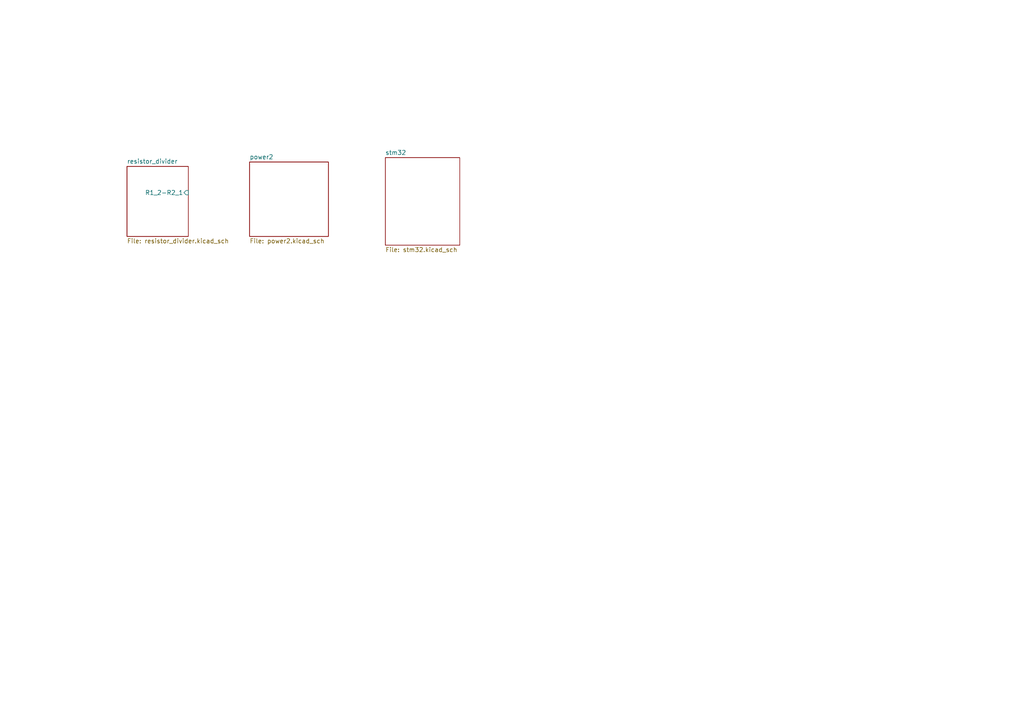
<source format=kicad_sch>
(kicad_sch
	(version 20231120)
	(generator "eeschema")
	(generator_version "8.0")
	(uuid "139408cf-b4ac-4ccf-8751-afbb6def1f13")
	(paper "A4")
	(lib_symbols)
	(sheet
		(at 36.83 48.26)
		(size 17.78 20.32)
		(fields_autoplaced yes)
		(stroke
			(width 0.1524)
			(type solid)
		)
		(fill
			(color 0 0 0 0.0000)
		)
		(uuid "7dcd522d-d03d-41f6-bad3-56f1f937b049")
		(property "Sheetname" "resistor_divider"
			(at 36.83 47.5484 0)
			(effects
				(font
					(size 1.27 1.27)
				)
				(justify left bottom)
			)
		)
		(property "Sheetfile" "resistor_divider.kicad_sch"
			(at 36.83 69.1646 0)
			(effects
				(font
					(size 1.27 1.27)
				)
				(justify left top)
			)
		)
		(pin "R1_2-R2_1" input
			(at 54.61 55.88 0)
			(effects
				(font
					(size 1.27 1.27)
				)
				(justify right)
			)
			(uuid "8d8ee59b-4d1a-4a57-9097-ba22b5e75d32")
		)
		(instances
			(project "example_kicad_project"
				(path "/139408cf-b4ac-4ccf-8751-afbb6def1f13"
					(page "3")
				)
			)
		)
	)
	(sheet
		(at 72.39 46.99)
		(size 22.86 21.59)
		(fields_autoplaced yes)
		(stroke
			(width 0.1524)
			(type solid)
		)
		(fill
			(color 0 0 0 0.0000)
		)
		(uuid "bb878e8b-3ef6-45c7-bc17-d62b28e24d94")
		(property "Sheetname" "power2"
			(at 72.39 46.2784 0)
			(effects
				(font
					(size 1.27 1.27)
				)
				(justify left bottom)
			)
		)
		(property "Sheetfile" "power2.kicad_sch"
			(at 72.39 69.1646 0)
			(effects
				(font
					(size 1.27 1.27)
				)
				(justify left top)
			)
		)
		(instances
			(project "example_kicad_project"
				(path "/139408cf-b4ac-4ccf-8751-afbb6def1f13"
					(page "2")
				)
			)
		)
	)
	(sheet
		(at 111.76 45.72)
		(size 21.59 25.4)
		(fields_autoplaced yes)
		(stroke
			(width 0.1524)
			(type solid)
		)
		(fill
			(color 0 0 0 0.0000)
		)
		(uuid "e6f5f316-cb92-4d26-9a5c-0bb6c841d4b0")
		(property "Sheetname" "stm32"
			(at 111.76 45.0084 0)
			(effects
				(font
					(size 1.27 1.27)
				)
				(justify left bottom)
			)
		)
		(property "Sheetfile" "stm32.kicad_sch"
			(at 111.76 71.7046 0)
			(effects
				(font
					(size 1.27 1.27)
				)
				(justify left top)
			)
		)
		(instances
			(project "example_kicad_project"
				(path "/139408cf-b4ac-4ccf-8751-afbb6def1f13"
					(page "4")
				)
			)
		)
	)
	(sheet_instances
		(path "/"
			(page "1")
		)
	)
)

</source>
